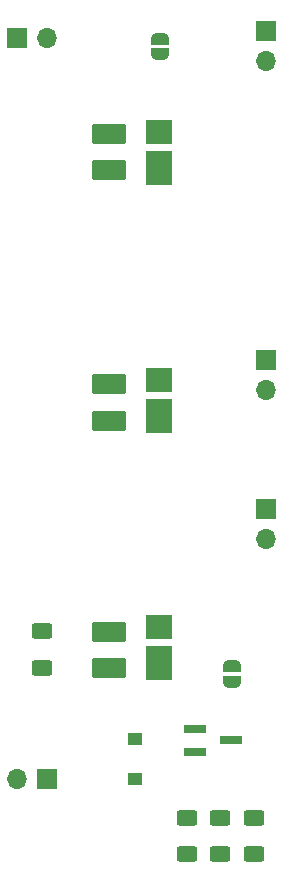
<source format=gts>
G04 #@! TF.GenerationSoftware,KiCad,Pcbnew,6.0.11-2627ca5db0~126~ubuntu22.04.1*
G04 #@! TF.CreationDate,2023-10-21T17:03:14+02:00*
G04 #@! TF.ProjectId,CC_LED_Driver,43435f4c-4544-45f4-9472-697665722e6b,rev?*
G04 #@! TF.SameCoordinates,Original*
G04 #@! TF.FileFunction,Soldermask,Top*
G04 #@! TF.FilePolarity,Negative*
%FSLAX46Y46*%
G04 Gerber Fmt 4.6, Leading zero omitted, Abs format (unit mm)*
G04 Created by KiCad (PCBNEW 6.0.11-2627ca5db0~126~ubuntu22.04.1) date 2023-10-21 17:03:14*
%MOMM*%
%LPD*%
G01*
G04 APERTURE LIST*
G04 Aperture macros list*
%AMRoundRect*
0 Rectangle with rounded corners*
0 $1 Rounding radius*
0 $2 $3 $4 $5 $6 $7 $8 $9 X,Y pos of 4 corners*
0 Add a 4 corners polygon primitive as box body*
4,1,4,$2,$3,$4,$5,$6,$7,$8,$9,$2,$3,0*
0 Add four circle primitives for the rounded corners*
1,1,$1+$1,$2,$3*
1,1,$1+$1,$4,$5*
1,1,$1+$1,$6,$7*
1,1,$1+$1,$8,$9*
0 Add four rect primitives between the rounded corners*
20,1,$1+$1,$2,$3,$4,$5,0*
20,1,$1+$1,$4,$5,$6,$7,0*
20,1,$1+$1,$6,$7,$8,$9,0*
20,1,$1+$1,$8,$9,$2,$3,0*%
%AMFreePoly0*
4,1,22,0.500000,-0.750000,0.000000,-0.750000,0.000000,-0.745033,-0.079941,-0.743568,-0.215256,-0.701293,-0.333266,-0.622738,-0.424486,-0.514219,-0.481581,-0.384460,-0.499164,-0.250000,-0.500000,-0.250000,-0.500000,0.250000,-0.499164,0.250000,-0.499963,0.256109,-0.478152,0.396186,-0.417904,0.524511,-0.324060,0.630769,-0.204165,0.706417,-0.067858,0.745374,0.000000,0.744959,0.000000,0.750000,
0.500000,0.750000,0.500000,-0.750000,0.500000,-0.750000,$1*%
%AMFreePoly1*
4,1,20,0.000000,0.744959,0.073905,0.744508,0.209726,0.703889,0.328688,0.626782,0.421226,0.519385,0.479903,0.390333,0.500000,0.250000,0.500000,-0.250000,0.499851,-0.262216,0.476331,-0.402017,0.414519,-0.529596,0.319384,-0.634700,0.198574,-0.708877,0.061801,-0.746166,0.000000,-0.745033,0.000000,-0.750000,-0.500000,-0.750000,-0.500000,0.750000,0.000000,0.750000,0.000000,0.744959,
0.000000,0.744959,$1*%
G04 Aperture macros list end*
%ADD10RoundRect,0.250000X-0.625000X0.400000X-0.625000X-0.400000X0.625000X-0.400000X0.625000X0.400000X0*%
%ADD11R,1.700000X1.700000*%
%ADD12O,1.700000X1.700000*%
%ADD13FreePoly0,90.000000*%
%ADD14FreePoly1,90.000000*%
%ADD15R,1.900000X0.800000*%
%ADD16R,2.200000X3.000000*%
%ADD17R,2.200000X2.050000*%
%ADD18RoundRect,0.102000X1.300000X-0.750000X1.300000X0.750000X-1.300000X0.750000X-1.300000X-0.750000X0*%
%ADD19R,1.200000X1.000000*%
G04 APERTURE END LIST*
D10*
X128900000Y-138150000D03*
X128900000Y-141250000D03*
D11*
X135600000Y-112025000D03*
D12*
X135600000Y-114565000D03*
D11*
X114475000Y-72125000D03*
D12*
X117015000Y-72125000D03*
D13*
X126600000Y-73500001D03*
D14*
X126600000Y-72200001D03*
D15*
X129600000Y-130650000D03*
X129600000Y-132550000D03*
X132600000Y-131600000D03*
D16*
X126500000Y-125075000D03*
D17*
X126500000Y-122000000D03*
D16*
X126500000Y-104175000D03*
D17*
X126500000Y-101100000D03*
D18*
X122250000Y-83350000D03*
X122250000Y-80250000D03*
D10*
X131700000Y-138150000D03*
X131700000Y-141250000D03*
D18*
X122250000Y-104550000D03*
X122250000Y-101450000D03*
D11*
X117025000Y-134875000D03*
D12*
X114485000Y-134875000D03*
D18*
X122300000Y-125500000D03*
X122300000Y-122400000D03*
D16*
X126500000Y-83175000D03*
D17*
X126500000Y-80100000D03*
D19*
X124500000Y-131500000D03*
X124500000Y-134900000D03*
D13*
X132700000Y-126650000D03*
D14*
X132700000Y-125350000D03*
D10*
X134600000Y-138150000D03*
X134600000Y-141250000D03*
X116600000Y-122350000D03*
X116600000Y-125450000D03*
D11*
X135600000Y-71525000D03*
D12*
X135600000Y-74065000D03*
D11*
X135600000Y-99425000D03*
D12*
X135600000Y-101965000D03*
M02*

</source>
